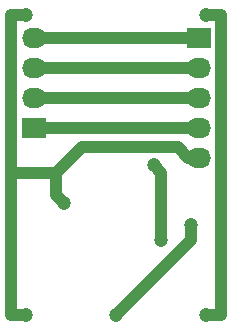
<source format=gbl>
%TF.GenerationSoftware,KiCad,Pcbnew,4.0.1-2.fc23-product*%
%TF.CreationDate,2016-03-22T23:12:51+01:00*%
%TF.ProjectId,router_board_v1,726F757465725F626F6172645F76312E,rev?*%
%TF.FileFunction,Copper,L2,Bot,Signal*%
%FSLAX46Y46*%
G04 Gerber Fmt 4.6, Leading zero omitted, Abs format (unit mm)*
G04 Created by KiCad (PCBNEW 4.0.1-2.fc23-product) date Tue 22 Mar 2016 11:12:51 PM CET*
%MOMM*%
G01*
G04 APERTURE LIST*
%ADD10C,0.100000*%
%ADD11R,2.032000X1.727200*%
%ADD12O,2.032000X1.727200*%
%ADD13C,1.200000*%
%ADD14C,1.000000*%
G04 APERTURE END LIST*
D10*
D11*
X16510000Y27305000D03*
D12*
X16510000Y24765000D03*
X16510000Y22225000D03*
X16510000Y19685000D03*
X16510000Y17145000D03*
D11*
X2540000Y19685000D03*
D12*
X2540000Y22225000D03*
X2540000Y24765000D03*
X2540000Y27305000D03*
D13*
X5080000Y13335000D03*
X1905000Y3810000D03*
X1905000Y29210000D03*
X17145000Y3810000D03*
X17145000Y29210000D03*
X12700000Y16510000D03*
X13335000Y10160000D03*
X9525000Y3810000D03*
X15875000Y11430000D03*
D14*
X4445000Y15875000D02*
X4445000Y13970000D01*
X4445000Y13970000D02*
X5080000Y13335000D01*
X635000Y15875000D02*
X4445000Y15875000D01*
X4445000Y15875000D02*
X6604000Y18034000D01*
X6604000Y18034000D02*
X14732000Y18034000D01*
X14732000Y18034000D02*
X15621000Y17145000D01*
X15621000Y17145000D02*
X16510000Y17145000D01*
X635000Y29210000D02*
X635000Y15875000D01*
X635000Y15875000D02*
X635000Y15240000D01*
X635000Y15240000D02*
X635000Y3810000D01*
X1905000Y29210000D02*
X635000Y29210000D01*
X635000Y3810000D02*
X1905000Y3810000D01*
X18415000Y3810000D02*
X18415000Y29210000D01*
X17145000Y3810000D02*
X18415000Y3810000D01*
X18415000Y29210000D02*
X17145000Y29210000D01*
X2540000Y19685000D02*
X16510000Y19685000D01*
X2540000Y22225000D02*
X16510000Y22225000D01*
X2540000Y24765000D02*
X16510000Y24765000D01*
X2540000Y27305000D02*
X16510000Y27305000D01*
X13335000Y10160000D02*
X13335000Y15875000D01*
X13335000Y15875000D02*
X12700000Y16510000D01*
X15875000Y11430000D02*
X15875000Y10160000D01*
X15875000Y10160000D02*
X9525000Y3810000D01*
M02*

</source>
